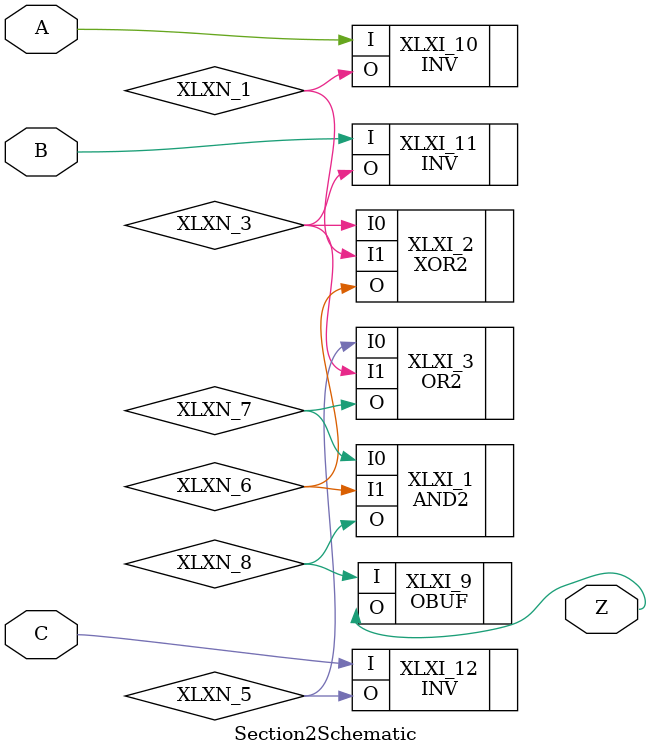
<source format=v>
`timescale 1ns / 1ps

module Section2Schematic(A, 
                         B, 
                         C, 
                         Z);

    input A;
    input B;
    input C;
   output Z;
   
   wire XLXN_1;
   wire XLXN_3;
   wire XLXN_5;
   wire XLXN_6;
   wire XLXN_7;
   wire XLXN_8;
   
   AND2  XLXI_1 (.I0(XLXN_7), 
                .I1(XLXN_6), 
                .O(XLXN_8));
   XOR2  XLXI_2 (.I0(XLXN_3), 
                .I1(XLXN_1), 
                .O(XLXN_6));
   OR2  XLXI_3 (.I0(XLXN_5), 
               .I1(XLXN_3), 
               .O(XLXN_7));
   (* SLEW = "SLOW" *) 
   OBUF  XLXI_9 (.I(XLXN_8), 
                .O(Z));
   INV  XLXI_10 (.I(A), 
                .O(XLXN_1));
   INV  XLXI_11 (.I(B), 
                .O(XLXN_3));
   INV  XLXI_12 (.I(C), 
                .O(XLXN_5));
endmodule

</source>
